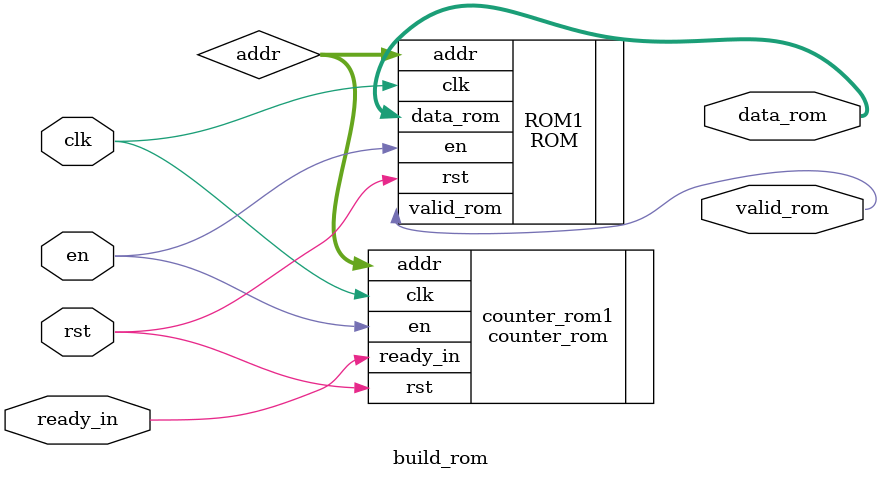
<source format=v>
    


module build_rom
(
	input clk, en, rst, ready_in,
	output [1:0] data_rom,
	output valid_rom
);

wire [9:0] addr;
	
counter_rom counter_rom1							(
													.clk(clk),
									 	   			.en(en),
													.rst(rst),
													.addr(addr),
													.ready_in(ready_in)
								  					);
	
ROM ROM1										    (
													.clk(clk),
													.en(en),
													.rst(rst),
													.addr(addr),
													.data_rom(data_rom),
													.valid_rom(valid_rom)
													);

endmodule

</source>
